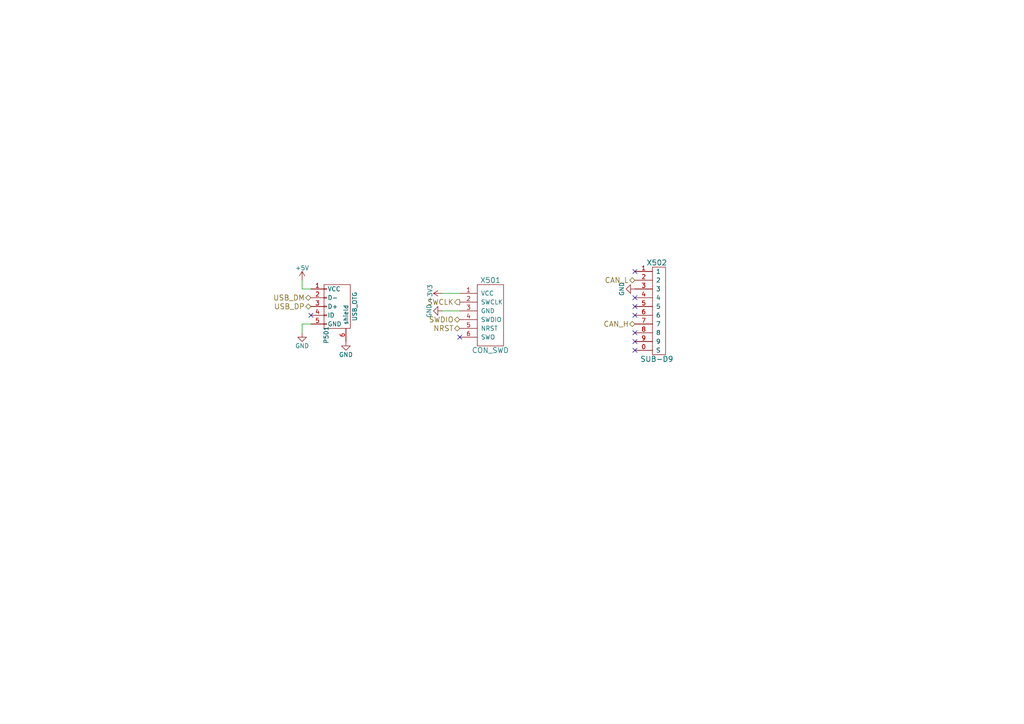
<source format=kicad_sch>
(kicad_sch
	(version 20231120)
	(generator "eeschema")
	(generator_version "8.0")
	(uuid "edb646d1-34b9-4e92-922c-c7b8973616dd")
	(paper "A4")
	(lib_symbols
		(symbol "candleLight-rescue:+3V3"
			(power)
			(pin_names
				(offset 0)
			)
			(exclude_from_sim no)
			(in_bom yes)
			(on_board yes)
			(property "Reference" "#PWR"
				(at 0 -3.81 0)
				(effects
					(font
						(size 1.27 1.27)
					)
					(hide yes)
				)
			)
			(property "Value" "+3V3"
				(at 0 3.556 0)
				(effects
					(font
						(size 1.27 1.27)
					)
				)
			)
			(property "Footprint" ""
				(at 0 0 0)
				(effects
					(font
						(size 1.27 1.27)
					)
				)
			)
			(property "Datasheet" ""
				(at 0 0 0)
				(effects
					(font
						(size 1.27 1.27)
					)
				)
			)
			(property "Description" ""
				(at 0 0 0)
				(effects
					(font
						(size 1.27 1.27)
					)
					(hide yes)
				)
			)
			(property "Field5" ""
				(at 0 0 0)
				(effects
					(font
						(size 1.27 1.27)
					)
					(hide yes)
				)
			)
			(symbol "+3V3_0_1"
				(polyline
					(pts
						(xy -0.762 1.27) (xy 0 2.54)
					)
					(stroke
						(width 0)
						(type solid)
					)
					(fill
						(type none)
					)
				)
				(polyline
					(pts
						(xy 0 0) (xy 0 2.54)
					)
					(stroke
						(width 0)
						(type solid)
					)
					(fill
						(type none)
					)
				)
				(polyline
					(pts
						(xy 0 2.54) (xy 0.762 1.27)
					)
					(stroke
						(width 0)
						(type solid)
					)
					(fill
						(type none)
					)
				)
			)
			(symbol "+3V3_1_1"
				(pin power_in line
					(at 0 0 90)
					(length 0) hide
					(name "+3V3"
						(effects
							(font
								(size 1.27 1.27)
							)
						)
					)
					(number "1"
						(effects
							(font
								(size 1.27 1.27)
							)
						)
					)
				)
			)
		)
		(symbol "candleLight-rescue:+5V"
			(power)
			(pin_names
				(offset 0)
			)
			(exclude_from_sim no)
			(in_bom yes)
			(on_board yes)
			(property "Reference" "#PWR"
				(at 0 -3.81 0)
				(effects
					(font
						(size 1.27 1.27)
					)
					(hide yes)
				)
			)
			(property "Value" "+5V"
				(at 0 3.556 0)
				(effects
					(font
						(size 1.27 1.27)
					)
				)
			)
			(property "Footprint" ""
				(at 0 0 0)
				(effects
					(font
						(size 1.27 1.27)
					)
				)
			)
			(property "Datasheet" ""
				(at 0 0 0)
				(effects
					(font
						(size 1.27 1.27)
					)
				)
			)
			(property "Description" ""
				(at 0 0 0)
				(effects
					(font
						(size 1.27 1.27)
					)
					(hide yes)
				)
			)
			(property "Field5" ""
				(at 0 0 0)
				(effects
					(font
						(size 1.27 1.27)
					)
					(hide yes)
				)
			)
			(symbol "+5V_0_1"
				(polyline
					(pts
						(xy -0.762 1.27) (xy 0 2.54)
					)
					(stroke
						(width 0)
						(type solid)
					)
					(fill
						(type none)
					)
				)
				(polyline
					(pts
						(xy 0 0) (xy 0 2.54)
					)
					(stroke
						(width 0)
						(type solid)
					)
					(fill
						(type none)
					)
				)
				(polyline
					(pts
						(xy 0 2.54) (xy 0.762 1.27)
					)
					(stroke
						(width 0)
						(type solid)
					)
					(fill
						(type none)
					)
				)
			)
			(symbol "+5V_1_1"
				(pin power_in line
					(at 0 0 90)
					(length 0) hide
					(name "+5V"
						(effects
							(font
								(size 1.27 1.27)
							)
						)
					)
					(number "1"
						(effects
							(font
								(size 1.27 1.27)
							)
						)
					)
				)
			)
		)
		(symbol "candleLight-rescue:CON_SWD"
			(pin_names
				(offset 1.016)
			)
			(exclude_from_sim no)
			(in_bom yes)
			(on_board yes)
			(property "Reference" "X"
				(at 0 10.16 0)
				(effects
					(font
						(size 1.524 1.524)
					)
				)
			)
			(property "Value" "CON_SWD"
				(at 0 -10.16 0)
				(effects
					(font
						(size 1.524 1.524)
					)
				)
			)
			(property "Footprint" ""
				(at -1.27 0 0)
				(effects
					(font
						(size 1.524 1.524)
					)
				)
			)
			(property "Datasheet" ""
				(at -1.27 0 0)
				(effects
					(font
						(size 1.524 1.524)
					)
				)
			)
			(property "Description" ""
				(at 0 0 0)
				(effects
					(font
						(size 1.27 1.27)
					)
					(hide yes)
				)
			)
			(property "Field5" ""
				(at 0 0 0)
				(effects
					(font
						(size 1.27 1.27)
					)
					(hide yes)
				)
			)
			(symbol "CON_SWD_0_1"
				(rectangle
					(start -3.81 8.89)
					(end 3.81 -8.89)
					(stroke
						(width 0)
						(type solid)
					)
					(fill
						(type none)
					)
				)
			)
			(symbol "CON_SWD_1_1"
				(pin input line
					(at -8.89 6.35 0)
					(length 5.08)
					(name "VCC"
						(effects
							(font
								(size 1.27 1.27)
							)
						)
					)
					(number "1"
						(effects
							(font
								(size 1.27 1.27)
							)
						)
					)
				)
				(pin output line
					(at -8.89 3.81 0)
					(length 5.08)
					(name "SWCLK"
						(effects
							(font
								(size 1.27 1.27)
							)
						)
					)
					(number "2"
						(effects
							(font
								(size 1.27 1.27)
							)
						)
					)
				)
				(pin bidirectional line
					(at -8.89 1.27 0)
					(length 5.08)
					(name "GND"
						(effects
							(font
								(size 1.27 1.27)
							)
						)
					)
					(number "3"
						(effects
							(font
								(size 1.27 1.27)
							)
						)
					)
				)
				(pin bidirectional line
					(at -8.89 -1.27 0)
					(length 5.08)
					(name "SWDIO"
						(effects
							(font
								(size 1.27 1.27)
							)
						)
					)
					(number "4"
						(effects
							(font
								(size 1.27 1.27)
							)
						)
					)
				)
				(pin output line
					(at -8.89 -3.81 0)
					(length 5.08)
					(name "NRST"
						(effects
							(font
								(size 1.27 1.27)
							)
						)
					)
					(number "5"
						(effects
							(font
								(size 1.27 1.27)
							)
						)
					)
				)
				(pin bidirectional line
					(at -8.89 -6.35 0)
					(length 5.08)
					(name "SWO"
						(effects
							(font
								(size 1.27 1.27)
							)
						)
					)
					(number "6"
						(effects
							(font
								(size 1.27 1.27)
							)
						)
					)
				)
			)
		)
		(symbol "candleLight-rescue:GND"
			(power)
			(pin_names
				(offset 0)
			)
			(exclude_from_sim no)
			(in_bom yes)
			(on_board yes)
			(property "Reference" "#PWR"
				(at 0 -6.35 0)
				(effects
					(font
						(size 1.27 1.27)
					)
					(hide yes)
				)
			)
			(property "Value" "GND"
				(at 0 -3.81 0)
				(effects
					(font
						(size 1.27 1.27)
					)
				)
			)
			(property "Footprint" ""
				(at 0 0 0)
				(effects
					(font
						(size 1.27 1.27)
					)
				)
			)
			(property "Datasheet" ""
				(at 0 0 0)
				(effects
					(font
						(size 1.27 1.27)
					)
				)
			)
			(property "Description" ""
				(at 0 0 0)
				(effects
					(font
						(size 1.27 1.27)
					)
					(hide yes)
				)
			)
			(property "Field5" ""
				(at 0 0 0)
				(effects
					(font
						(size 1.27 1.27)
					)
					(hide yes)
				)
			)
			(symbol "GND_0_1"
				(polyline
					(pts
						(xy 0 0) (xy 0 -1.27) (xy 1.27 -1.27) (xy 0 -2.54) (xy -1.27 -1.27) (xy 0 -1.27)
					)
					(stroke
						(width 0)
						(type solid)
					)
					(fill
						(type none)
					)
				)
			)
			(symbol "GND_1_1"
				(pin power_in line
					(at 0 0 270)
					(length 0) hide
					(name "GND"
						(effects
							(font
								(size 1.27 1.27)
							)
						)
					)
					(number "1"
						(effects
							(font
								(size 1.27 1.27)
							)
						)
					)
				)
			)
		)
		(symbol "candleLight-rescue:SUB-D9"
			(pin_names
				(offset 1.016)
			)
			(exclude_from_sim no)
			(in_bom yes)
			(on_board yes)
			(property "Reference" "X"
				(at 0 13.97 0)
				(effects
					(font
						(size 1.524 1.524)
					)
				)
			)
			(property "Value" "SUB-D9"
				(at 0 -13.97 0)
				(effects
					(font
						(size 1.524 1.524)
					)
				)
			)
			(property "Footprint" ""
				(at -1.27 0 0)
				(effects
					(font
						(size 1.524 1.524)
					)
				)
			)
			(property "Datasheet" ""
				(at -1.27 0 0)
				(effects
					(font
						(size 1.524 1.524)
					)
				)
			)
			(property "Description" ""
				(at 0 0 0)
				(effects
					(font
						(size 1.27 1.27)
					)
					(hide yes)
				)
			)
			(property "Field5" ""
				(at 0 0 0)
				(effects
					(font
						(size 1.27 1.27)
					)
					(hide yes)
				)
			)
			(symbol "SUB-D9_0_1"
				(rectangle
					(start -1.27 12.7)
					(end 2.54 -12.7)
					(stroke
						(width 0)
						(type solid)
					)
					(fill
						(type none)
					)
				)
			)
			(symbol "SUB-D9_1_1"
				(pin bidirectional line
					(at -6.35 -11.43 0)
					(length 5.08)
					(name "S"
						(effects
							(font
								(size 1.27 1.27)
							)
						)
					)
					(number "0"
						(effects
							(font
								(size 1.27 1.27)
							)
						)
					)
				)
				(pin bidirectional line
					(at -6.35 11.43 0)
					(length 5.08)
					(name "1"
						(effects
							(font
								(size 1.27 1.27)
							)
						)
					)
					(number "1"
						(effects
							(font
								(size 1.27 1.27)
							)
						)
					)
				)
				(pin bidirectional line
					(at -6.35 8.89 0)
					(length 5.08)
					(name "2"
						(effects
							(font
								(size 1.27 1.27)
							)
						)
					)
					(number "2"
						(effects
							(font
								(size 1.27 1.27)
							)
						)
					)
				)
				(pin bidirectional line
					(at -6.35 6.35 0)
					(length 5.08)
					(name "3"
						(effects
							(font
								(size 1.27 1.27)
							)
						)
					)
					(number "3"
						(effects
							(font
								(size 1.27 1.27)
							)
						)
					)
				)
				(pin bidirectional line
					(at -6.35 3.81 0)
					(length 5.08)
					(name "4"
						(effects
							(font
								(size 1.27 1.27)
							)
						)
					)
					(number "4"
						(effects
							(font
								(size 1.27 1.27)
							)
						)
					)
				)
				(pin bidirectional line
					(at -6.35 1.27 0)
					(length 5.08)
					(name "5"
						(effects
							(font
								(size 1.27 1.27)
							)
						)
					)
					(number "5"
						(effects
							(font
								(size 1.27 1.27)
							)
						)
					)
				)
				(pin bidirectional line
					(at -6.35 -1.27 0)
					(length 5.08)
					(name "6"
						(effects
							(font
								(size 1.27 1.27)
							)
						)
					)
					(number "6"
						(effects
							(font
								(size 1.27 1.27)
							)
						)
					)
				)
				(pin bidirectional line
					(at -6.35 -3.81 0)
					(length 5.08)
					(name "7"
						(effects
							(font
								(size 1.27 1.27)
							)
						)
					)
					(number "7"
						(effects
							(font
								(size 1.27 1.27)
							)
						)
					)
				)
				(pin bidirectional line
					(at -6.35 -6.35 0)
					(length 5.08)
					(name "8"
						(effects
							(font
								(size 1.27 1.27)
							)
						)
					)
					(number "8"
						(effects
							(font
								(size 1.27 1.27)
							)
						)
					)
				)
				(pin bidirectional line
					(at -6.35 -8.89 0)
					(length 5.08)
					(name "9"
						(effects
							(font
								(size 1.27 1.27)
							)
						)
					)
					(number "9"
						(effects
							(font
								(size 1.27 1.27)
							)
						)
					)
				)
			)
		)
		(symbol "candleLight-rescue:USB_OTG"
			(pin_names
				(offset 1.016)
			)
			(exclude_from_sim no)
			(in_bom yes)
			(on_board yes)
			(property "Reference" "P"
				(at 8.255 -3.175 0)
				(effects
					(font
						(size 1.27 1.27)
					)
				)
			)
			(property "Value" "USB_OTG"
				(at 0 5.08 0)
				(effects
					(font
						(size 1.27 1.27)
					)
				)
			)
			(property "Footprint" ""
				(at -1.27 -2.54 90)
				(effects
					(font
						(size 1.27 1.27)
					)
				)
			)
			(property "Datasheet" ""
				(at -1.27 -2.54 90)
				(effects
					(font
						(size 1.27 1.27)
					)
				)
			)
			(property "Description" ""
				(at 0 0 0)
				(effects
					(font
						(size 1.27 1.27)
					)
					(hide yes)
				)
			)
			(property "Field5" ""
				(at 0 0 0)
				(effects
					(font
						(size 1.27 1.27)
					)
					(hide yes)
				)
			)
			(property "ki_fp_filters" "USB*"
				(at 0 0 0)
				(effects
					(font
						(size 1.27 1.27)
					)
					(hide yes)
				)
			)
			(symbol "USB_OTG_0_1"
				(rectangle
					(start -6.35 -3.81)
					(end 6.35 3.81)
					(stroke
						(width 0)
						(type solid)
					)
					(fill
						(type none)
					)
				)
				(rectangle
					(start -5.207 -3.81)
					(end -4.953 -3.048)
					(stroke
						(width 0)
						(type solid)
					)
					(fill
						(type none)
					)
				)
				(rectangle
					(start -2.667 -3.81)
					(end -2.413 -3.048)
					(stroke
						(width 0)
						(type solid)
					)
					(fill
						(type none)
					)
				)
				(rectangle
					(start -0.127 -3.81)
					(end 0.127 -3.048)
					(stroke
						(width 0)
						(type solid)
					)
					(fill
						(type none)
					)
				)
				(rectangle
					(start 2.413 -3.81)
					(end 2.667 -3.048)
					(stroke
						(width 0)
						(type solid)
					)
					(fill
						(type none)
					)
				)
				(rectangle
					(start 4.953 -3.81)
					(end 5.207 -3.048)
					(stroke
						(width 0)
						(type solid)
					)
					(fill
						(type none)
					)
				)
			)
			(symbol "USB_OTG_1_1"
				(pin power_out line
					(at -5.08 -7.62 90)
					(length 3.81)
					(name "VCC"
						(effects
							(font
								(size 1.27 1.27)
							)
						)
					)
					(number "1"
						(effects
							(font
								(size 1.27 1.27)
							)
						)
					)
				)
				(pin passive line
					(at -2.54 -7.62 90)
					(length 3.81)
					(name "D-"
						(effects
							(font
								(size 1.27 1.27)
							)
						)
					)
					(number "2"
						(effects
							(font
								(size 1.27 1.27)
							)
						)
					)
				)
				(pin passive line
					(at 0 -7.62 90)
					(length 3.81)
					(name "D+"
						(effects
							(font
								(size 1.27 1.27)
							)
						)
					)
					(number "3"
						(effects
							(font
								(size 1.27 1.27)
							)
						)
					)
				)
				(pin power_in line
					(at 2.54 -7.62 90)
					(length 3.81)
					(name "ID"
						(effects
							(font
								(size 1.27 1.27)
							)
						)
					)
					(number "4"
						(effects
							(font
								(size 1.27 1.27)
							)
						)
					)
				)
				(pin power_in line
					(at 5.08 -7.62 90)
					(length 3.81)
					(name "GND"
						(effects
							(font
								(size 1.27 1.27)
							)
						)
					)
					(number "5"
						(effects
							(font
								(size 1.27 1.27)
							)
						)
					)
				)
				(pin passive line
					(at 10.16 2.54 180)
					(length 3.81)
					(name "shield"
						(effects
							(font
								(size 1.27 1.27)
							)
						)
					)
					(number "6"
						(effects
							(font
								(size 1.27 1.27)
							)
						)
					)
				)
			)
		)
	)
	(no_connect
		(at 184.15 78.74)
		(uuid "000bea50-840e-417a-ae67-c330d0c9c698")
	)
	(no_connect
		(at 184.15 99.06)
		(uuid "0b72f0f8-6881-45e6-8eed-5f78e68d2f63")
	)
	(no_connect
		(at 184.15 88.9)
		(uuid "44e68c0d-89b0-440e-9665-6b0e21921b49")
	)
	(no_connect
		(at 133.35 97.79)
		(uuid "45677157-5cd2-40b7-ba16-0bb077cbd40c")
	)
	(no_connect
		(at 184.15 86.36)
		(uuid "6afd5917-ded3-4551-a788-8b828d45ce85")
	)
	(no_connect
		(at 184.15 96.52)
		(uuid "72fff390-6d33-4b63-b74f-792923f33652")
	)
	(no_connect
		(at 184.15 91.44)
		(uuid "75dff968-4b2c-42ce-873f-b82f11c1b6b1")
	)
	(no_connect
		(at 184.15 101.6)
		(uuid "97f4b843-6157-45f8-a795-d4160c0eca21")
	)
	(no_connect
		(at 90.17 91.44)
		(uuid "db1ea16a-1e83-4fc6-b773-f975a12de261")
	)
	(wire
		(pts
			(xy 128.27 85.09) (xy 133.35 85.09)
		)
		(stroke
			(width 0)
			(type default)
		)
		(uuid "014710fc-ab2c-4a10-88a8-eac2962cb558")
	)
	(wire
		(pts
			(xy 87.63 93.98) (xy 87.63 96.52)
		)
		(stroke
			(width 0)
			(type default)
		)
		(uuid "398adb87-cf60-4036-b1c8-3c634f90d275")
	)
	(wire
		(pts
			(xy 128.27 90.17) (xy 133.35 90.17)
		)
		(stroke
			(width 0)
			(type default)
		)
		(uuid "4552bcb9-eeaf-41a1-bb23-f139116e2ac0")
	)
	(wire
		(pts
			(xy 87.63 81.28) (xy 87.63 83.82)
		)
		(stroke
			(width 0)
			(type default)
		)
		(uuid "5723fd6d-f331-4877-be90-59baba585f4f")
	)
	(wire
		(pts
			(xy 90.17 93.98) (xy 87.63 93.98)
		)
		(stroke
			(width 0)
			(type default)
		)
		(uuid "f7a28d1c-3c6a-4b53-a7f1-3b20fd6f6156")
	)
	(wire
		(pts
			(xy 87.63 83.82) (xy 90.17 83.82)
		)
		(stroke
			(width 0)
			(type default)
		)
		(uuid "fdbc392d-a59a-4148-b34c-9454956caa90")
	)
	(hierarchical_label "CAN_L"
		(shape bidirectional)
		(at 184.15 81.28 180)
		(fields_autoplaced yes)
		(effects
			(font
				(size 1.524 1.524)
			)
			(justify right)
		)
		(uuid "153bccda-3321-4b8e-b073-5e4063fa268f")
	)
	(hierarchical_label "SWDIO"
		(shape bidirectional)
		(at 133.35 92.71 180)
		(fields_autoplaced yes)
		(effects
			(font
				(size 1.524 1.524)
			)
			(justify right)
		)
		(uuid "6c87ac03-6542-432a-a838-43cf249fe17f")
	)
	(hierarchical_label "USB_DM"
		(shape bidirectional)
		(at 90.17 86.36 180)
		(fields_autoplaced yes)
		(effects
			(font
				(size 1.524 1.524)
			)
			(justify right)
		)
		(uuid "7cea07d9-4ef9-4591-a068-8ad9ed839b9a")
	)
	(hierarchical_label "NRST"
		(shape bidirectional)
		(at 133.35 95.25 180)
		(fields_autoplaced yes)
		(effects
			(font
				(size 1.524 1.524)
			)
			(justify right)
		)
		(uuid "8f2f7db2-7666-4427-8507-ad477114b79a")
	)
	(hierarchical_label "CAN_H"
		(shape bidirectional)
		(at 184.15 93.98 180)
		(fields_autoplaced yes)
		(effects
			(font
				(size 1.524 1.524)
			)
			(justify right)
		)
		(uuid "9320888b-4452-462a-af3f-8fed35003c2f")
	)
	(hierarchical_label "USB_DP"
		(shape bidirectional)
		(at 90.17 88.9 180)
		(fields_autoplaced yes)
		(effects
			(font
				(size 1.524 1.524)
			)
			(justify right)
		)
		(uuid "b47b0dc8-d7d2-4d0a-8092-4ca2b5965592")
	)
	(hierarchical_label "SWCLK"
		(shape output)
		(at 133.35 87.63 180)
		(fields_autoplaced yes)
		(effects
			(font
				(size 1.524 1.524)
			)
			(justify right)
		)
		(uuid "ece32638-ecb8-49f7-a0f4-442797dcb8fd")
	)
	(symbol
		(lib_id "candleLight-rescue:SUB-D9")
		(at 190.5 90.17 0)
		(unit 1)
		(exclude_from_sim no)
		(in_bom yes)
		(on_board yes)
		(dnp no)
		(uuid "00000000-0000-0000-0000-000056f5d127")
		(property "Reference" "X502"
			(at 190.5 76.2 0)
			(effects
				(font
					(size 1.524 1.524)
				)
			)
		)
		(property "Value" "SUB-D9"
			(at 190.5 104.14 0)
			(effects
				(font
					(size 1.524 1.524)
				)
			)
		)
		(property "Footprint" "Connect:DB9M_CI"
			(at 189.23 90.17 0)
			(effects
				(font
					(size 1.524 1.524)
				)
				(hide yes)
			)
		)
		(property "Datasheet" ""
			(at 189.23 90.17 0)
			(effects
				(font
					(size 1.524 1.524)
				)
			)
		)
		(property "Description" ""
			(at 190.5 90.17 0)
			(effects
				(font
					(size 1.27 1.27)
				)
				(hide yes)
			)
		)
		(pin "1"
			(uuid "9e7a4e64-e039-4239-a9d4-65cd28055ea9")
		)
		(pin "2"
			(uuid "9d0c7980-abe0-45f5-b5e3-d3d0cbf77124")
		)
		(pin "3"
			(uuid "607c75a8-9e20-40f6-a984-e0cb4e224c77")
		)
		(pin "4"
			(uuid "19eb3927-0a97-4450-a842-79e3c44c3e9d")
		)
		(pin "5"
			(uuid "c65bf7a9-5aec-4415-8e17-fe6a612d7f98")
		)
		(pin "6"
			(uuid "cd9c857a-9cc3-4e00-8cb8-2f544a8288de")
		)
		(pin "7"
			(uuid "fb37ef4b-6777-4cf7-b83d-2145b6e502d0")
		)
		(pin "8"
			(uuid "90b72201-b16e-4bd4-a5f9-e0651da0f5ae")
		)
		(pin "9"
			(uuid "8da87b49-27ba-435c-9acb-e315f8f8f09e")
		)
		(pin "0"
			(uuid "41ce2017-91e8-4815-b4a3-8ee0d8a134c0")
		)
		(instances
			(project "candleLight"
				(path "/a7c5f877-da93-493b-a81a-835318e2a893/00000000-0000-0000-0000-000056f568c1"
					(reference "X502")
					(unit 1)
				)
			)
		)
	)
	(symbol
		(lib_id "candleLight-rescue:+5V")
		(at 87.63 81.28 0)
		(unit 1)
		(exclude_from_sim no)
		(in_bom yes)
		(on_board yes)
		(dnp no)
		(uuid "00000000-0000-0000-0000-000056f5d64a")
		(property "Reference" "#PWR032"
			(at 87.63 85.09 0)
			(effects
				(font
					(size 1.27 1.27)
				)
				(hide yes)
			)
		)
		(property "Value" "+5V"
			(at 87.63 77.724 0)
			(effects
				(font
					(size 1.27 1.27)
				)
			)
		)
		(property "Footprint" ""
			(at 87.63 81.28 0)
			(effects
				(font
					(size 1.27 1.27)
				)
			)
		)
		(property "Datasheet" ""
			(at 87.63 81.28 0)
			(effects
				(font
					(size 1.27 1.27)
				)
			)
		)
		(property "Description" ""
			(at 87.63 81.28 0)
			(effects
				(font
					(size 1.27 1.27)
				)
				(hide yes)
			)
		)
		(pin "1"
			(uuid "b16ce99d-f48b-4982-8df8-40b71cddab67")
		)
		(instances
			(project "candleLight"
				(path "/a7c5f877-da93-493b-a81a-835318e2a893/00000000-0000-0000-0000-000056f568c1"
					(reference "#PWR032")
					(unit 1)
				)
			)
		)
	)
	(symbol
		(lib_id "candleLight-rescue:GND")
		(at 87.63 96.52 0)
		(unit 1)
		(exclude_from_sim no)
		(in_bom yes)
		(on_board yes)
		(dnp no)
		(uuid "00000000-0000-0000-0000-000056f5d662")
		(property "Reference" "#PWR033"
			(at 87.63 102.87 0)
			(effects
				(font
					(size 1.27 1.27)
				)
				(hide yes)
			)
		)
		(property "Value" "GND"
			(at 87.63 100.33 0)
			(effects
				(font
					(size 1.27 1.27)
				)
			)
		)
		(property "Footprint" ""
			(at 87.63 96.52 0)
			(effects
				(font
					(size 1.27 1.27)
				)
			)
		)
		(property "Datasheet" ""
			(at 87.63 96.52 0)
			(effects
				(font
					(size 1.27 1.27)
				)
			)
		)
		(property "Description" ""
			(at 87.63 96.52 0)
			(effects
				(font
					(size 1.27 1.27)
				)
				(hide yes)
			)
		)
		(pin "1"
			(uuid "3dbdd73e-581d-4067-8559-e1a71c975a20")
		)
		(instances
			(project "candleLight"
				(path "/a7c5f877-da93-493b-a81a-835318e2a893/00000000-0000-0000-0000-000056f568c1"
					(reference "#PWR033")
					(unit 1)
				)
			)
		)
	)
	(symbol
		(lib_id "candleLight-rescue:GND")
		(at 100.33 99.06 0)
		(unit 1)
		(exclude_from_sim no)
		(in_bom yes)
		(on_board yes)
		(dnp no)
		(uuid "00000000-0000-0000-0000-000056f5d684")
		(property "Reference" "#PWR034"
			(at 100.33 105.41 0)
			(effects
				(font
					(size 1.27 1.27)
				)
				(hide yes)
			)
		)
		(property "Value" "GND"
			(at 100.33 102.87 0)
			(effects
				(font
					(size 1.27 1.27)
				)
			)
		)
		(property "Footprint" ""
			(at 100.33 99.06 0)
			(effects
				(font
					(size 1.27 1.27)
				)
			)
		)
		(property "Datasheet" ""
			(at 100.33 99.06 0)
			(effects
				(font
					(size 1.27 1.27)
				)
			)
		)
		(property "Description" ""
			(at 100.33 99.06 0)
			(effects
				(font
					(size 1.27 1.27)
				)
				(hide yes)
			)
		)
		(pin "1"
			(uuid "e9db05e3-31af-4a13-8b1a-3cd2358c8dc6")
		)
		(instances
			(project "candleLight"
				(path "/a7c5f877-da93-493b-a81a-835318e2a893/00000000-0000-0000-0000-000056f568c1"
					(reference "#PWR034")
					(unit 1)
				)
			)
		)
	)
	(symbol
		(lib_id "candleLight-rescue:CON_SWD")
		(at 142.24 91.44 0)
		(unit 1)
		(exclude_from_sim no)
		(in_bom yes)
		(on_board yes)
		(dnp no)
		(uuid "00000000-0000-0000-0000-000056f635d5")
		(property "Reference" "X501"
			(at 142.24 81.28 0)
			(effects
				(font
					(size 1.524 1.524)
				)
			)
		)
		(property "Value" "CON_SWD"
			(at 142.24 101.6 0)
			(effects
				(font
					(size 1.524 1.524)
				)
			)
		)
		(property "Footprint" "tagconnect:TC2030-NL"
			(at 140.97 91.44 0)
			(effects
				(font
					(size 1.524 1.524)
				)
				(hide yes)
			)
		)
		(property "Datasheet" ""
			(at 140.97 91.44 0)
			(effects
				(font
					(size 1.524 1.524)
				)
			)
		)
		(property "Description" ""
			(at 142.24 91.44 0)
			(effects
				(font
					(size 1.27 1.27)
				)
				(hide yes)
			)
		)
		(pin "4"
			(uuid "88ee82d3-1ef7-43d8-bd52-ccc7e897b089")
		)
		(pin "3"
			(uuid "26f1ee25-3825-4f4d-82c7-5d0de2f36645")
		)
		(pin "6"
			(uuid "79ffc889-cff4-43af-ac5a-5bf7b75a7159")
		)
		(pin "5"
			(uuid "867ef256-4064-475d-acc3-bc40a0d852d2")
		)
		(pin "2"
			(uuid "b40ad934-c4bf-42bd-8e67-a08898bd27d3")
		)
		(pin "1"
			(uuid "94dcd88b-5e2a-4218-a2c2-72847c33a00d")
		)
		(instances
			(project "candleLight"
				(path "/a7c5f877-da93-493b-a81a-835318e2a893/00000000-0000-0000-0000-000056f568c1"
					(reference "X501")
					(unit 1)
				)
			)
		)
	)
	(symbol
		(lib_id "candleLight-rescue:+3V3")
		(at 128.27 85.09 90)
		(unit 1)
		(exclude_from_sim no)
		(in_bom yes)
		(on_board yes)
		(dnp no)
		(uuid "00000000-0000-0000-0000-000056f637e8")
		(property "Reference" "#PWR035"
			(at 132.08 85.09 0)
			(effects
				(font
					(size 1.27 1.27)
				)
				(hide yes)
			)
		)
		(property "Value" "+3V3"
			(at 124.714 85.09 0)
			(effects
				(font
					(size 1.27 1.27)
				)
			)
		)
		(property "Footprint" ""
			(at 128.27 85.09 0)
			(effects
				(font
					(size 1.27 1.27)
				)
			)
		)
		(property "Datasheet" ""
			(at 128.27 85.09 0)
			(effects
				(font
					(size 1.27 1.27)
				)
			)
		)
		(property "Description" ""
			(at 128.27 85.09 0)
			(effects
				(font
					(size 1.27 1.27)
				)
				(hide yes)
			)
		)
		(pin "1"
			(uuid "cfe50080-778d-4865-891d-70978af77732")
		)
		(instances
			(project "candleLight"
				(path "/a7c5f877-da93-493b-a81a-835318e2a893/00000000-0000-0000-0000-000056f568c1"
					(reference "#PWR035")
					(unit 1)
				)
			)
		)
	)
	(symbol
		(lib_id "candleLight-rescue:GND")
		(at 128.27 90.17 270)
		(unit 1)
		(exclude_from_sim no)
		(in_bom yes)
		(on_board yes)
		(dnp no)
		(uuid "00000000-0000-0000-0000-000056f63802")
		(property "Reference" "#PWR036"
			(at 121.92 90.17 0)
			(effects
				(font
					(size 1.27 1.27)
				)
				(hide yes)
			)
		)
		(property "Value" "GND"
			(at 124.46 90.17 0)
			(effects
				(font
					(size 1.27 1.27)
				)
			)
		)
		(property "Footprint" ""
			(at 128.27 90.17 0)
			(effects
				(font
					(size 1.27 1.27)
				)
			)
		)
		(property "Datasheet" ""
			(at 128.27 90.17 0)
			(effects
				(font
					(size 1.27 1.27)
				)
			)
		)
		(property "Description" ""
			(at 128.27 90.17 0)
			(effects
				(font
					(size 1.27 1.27)
				)
				(hide yes)
			)
		)
		(pin "1"
			(uuid "791206f3-8beb-4eaa-82f7-012c949a19ad")
		)
		(instances
			(project "candleLight"
				(path "/a7c5f877-da93-493b-a81a-835318e2a893/00000000-0000-0000-0000-000056f568c1"
					(reference "#PWR036")
					(unit 1)
				)
			)
		)
	)
	(symbol
		(lib_id "candleLight-rescue:USB_OTG")
		(at 97.79 88.9 270)
		(unit 1)
		(exclude_from_sim no)
		(in_bom yes)
		(on_board yes)
		(dnp no)
		(uuid "00000000-0000-0000-0000-000056f68043")
		(property "Reference" "P501"
			(at 94.615 97.155 0)
			(effects
				(font
					(size 1.27 1.27)
				)
			)
		)
		(property "Value" "USB_OTG"
			(at 102.87 88.9 0)
			(effects
				(font
					(size 1.27 1.27)
				)
			)
		)
		(property "Footprint" "usb:Molex-Micro-USB-B-Middle-Mount"
			(at 95.25 87.63 90)
			(effects
				(font
					(size 1.27 1.27)
				)
				(hide yes)
			)
		)
		(property "Datasheet" ""
			(at 95.25 87.63 90)
			(effects
				(font
					(size 1.27 1.27)
				)
			)
		)
		(property "Description" ""
			(at 97.79 88.9 0)
			(effects
				(font
					(size 1.27 1.27)
				)
				(hide yes)
			)
		)
		(pin "1"
			(uuid "fad7e766-b908-4012-90ef-698b46bc1a72")
		)
		(pin "6"
			(uuid "76aaea2b-c874-492b-92c4-539aafd69e31")
		)
		(pin "5"
			(uuid "a81733c2-95d0-4e5b-bbe7-dddf5e4b6935")
		)
		(pin "4"
			(uuid "7f9ce708-a188-499e-9618-7a9fefb83131")
		)
		(pin "2"
			(uuid "9d51b49d-ec8e-457a-a72e-a7e4b627f727")
		)
		(pin "3"
			(uuid "422bc655-57fd-4584-91bd-461aa68d4ef1")
		)
		(instances
			(project "candleLight"
				(path "/a7c5f877-da93-493b-a81a-835318e2a893/00000000-0000-0000-0000-000056f568c1"
					(reference "P501")
					(unit 1)
				)
			)
		)
	)
	(symbol
		(lib_id "candleLight-rescue:GND")
		(at 184.15 83.82 270)
		(unit 1)
		(exclude_from_sim no)
		(in_bom yes)
		(on_board yes)
		(dnp no)
		(uuid "00000000-0000-0000-0000-000056f8617b")
		(property "Reference" "#PWR037"
			(at 177.8 83.82 0)
			(effects
				(font
					(size 1.27 1.27)
				)
				(hide yes)
			)
		)
		(property "Value" "GND"
			(at 180.34 83.82 0)
			(effects
				(font
					(size 1.27 1.27)
				)
			)
		)
		(property "Footprint" ""
			(at 184.15 83.82 0)
			(effects
				(font
					(size 1.27 1.27)
				)
			)
		)
		(property "Datasheet" ""
			(at 184.15 83.82 0)
			(effects
				(font
					(size 1.27 1.27)
				)
			)
		)
		(property "Description" ""
			(at 184.15 83.82 0)
			(effects
				(font
					(size 1.27 1.27)
				)
				(hide yes)
			)
		)
		(pin "1"
			(uuid "1852ef95-fa76-4472-bda5-9a8c6a6787c3")
		)
		(instances
			(project "candleLight"
				(path "/a7c5f877-da93-493b-a81a-835318e2a893/00000000-0000-0000-0000-000056f568c1"
					(reference "#PWR037")
					(unit 1)
				)
			)
		)
	)
)

</source>
